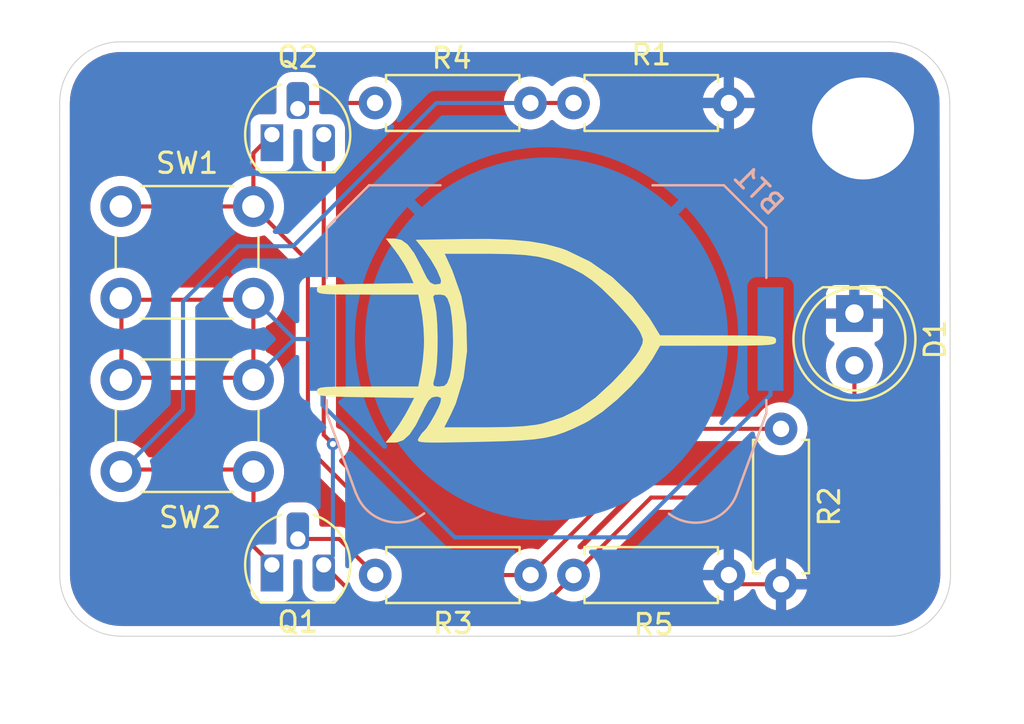
<source format=kicad_pcb>
(kicad_pcb (version 20241229) (generator "pcbnew") (generator_version "9.0")
  (layers (0 "F.Cu" signal) (2 "B.Cu" signal) (13 "F.Paste" user) (15 "B.Paste" user) (5 "F.SilkS" user "F.Silkscreen") (7 "B.SilkS" user "B.Silkscreen") (1 "F.Mask" user) (3 "B.Mask" user) (25 "Edge.Cuts" user))
  (net 0 "")
  (net 1 "Net-(D1-A)")
  (net 2 "GND")
  (net 3 "B")
  (net 4 "Net-(Q1-B)")
  (net 5 "A")
  (net 6 "Net-(Q2-B)")
  (net 7 "+3.3V")
  (footprint "LED_THT:LED_D5.0mm" (layer "F.Cu") (at 155.325 126.225 -90)
    (property "Reference" "D1" (at 1.27 -3.96 90) (layer "F.SilkS"))
    (property "Value" "LED")
    (fp_line (start -1.29 -1.545) (end -1.29 1.545) (stroke (width 0.12)) (layer "F.SilkS"))
    (fp_arc (start 4.26 0.000048) (mid 2.071756 2.880501) (end -1.29 1.54483) (stroke (width 0.12)) (layer "F.SilkS"))
    (fp_arc (start -1.29 -1.54483) (mid 2.071756 -2.880501) (end 4.26 -0.000048) (stroke (width 0.12)) (layer "F.SilkS"))
    (fp_circle (center 1.27 0) (end 3.77 0) (stroke (width 0.12)) (fill no) (layer "F.SilkS"))
    (pad "1" thru_hole rect (at 0 0 270) (size 1.8 1.8) (drill 0.9) (layers "*.Cu" "*.Mask") (net 2 "GND"))
    (pad "2" thru_hole circle (at 2.54 0 270) (size 1.8 1.8) (drill 0.9) (layers "*.Cu" "*.Mask") (net 1 "Net-(D1-A)"))
  )
  (footprint "Button_Switch_THT:SW_PUSH_6mm" (layer "F.Cu") (at 125.85 125.475 180)
    (property "Reference" "SW1" (at 3.25 6.625 0) (layer "F.SilkS"))
    (property "Value" "SW_Push")
    (fp_line (start 6.75 3) (end 6.75 1.5) (stroke (width 0.12)) (layer "F.SilkS"))
    (fp_line (start 5.5 -1) (end 1 -1) (stroke (width 0.12)) (layer "F.SilkS"))
    (fp_line (start 1 5.5) (end 5.5 5.5) (stroke (width 0.12)) (layer "F.SilkS"))
    (fp_line (start -0.25 1.5) (end -0.25 3) (stroke (width 0.12)) (layer "F.SilkS"))
    (pad "1" thru_hole circle (at 0 0 270) (size 2 2) (drill 1.1) (layers "*.Cu" "*.Mask") (net 7 "+3.3V"))
    (pad "1" thru_hole circle (at 6.5 0 270) (size 2 2) (drill 1.1) (layers "*.Cu" "*.Mask") (net 7 "+3.3V"))
    (pad "2" thru_hole circle (at 0 4.5 270) (size 2 2) (drill 1.1) (layers "*.Cu" "*.Mask") (net 5 "A"))
    (pad "2" thru_hole circle (at 6.5 4.5 270) (size 2 2) (drill 1.1) (layers "*.Cu" "*.Mask") (net 5 "A"))
  )
  (footprint "Resistor_THT:R_Axial_DIN0207_L6.3mm_D2.5mm_P7.62mm_Horizontal" (layer "F.Cu") (at 139.435 115.9 180)
    (property "Reference" "R4" (at 3.86 2.2 0) (layer "F.SilkS"))
    (property "Value" "R")
    (fp_line (start 7.08 1.37) (end 7.08 1.04) (stroke (width 0.12)) (layer "F.SilkS"))
    (fp_line (start 7.08 -1.37) (end 7.08 -1.04) (stroke (width 0.12)) (layer "F.SilkS"))
    (fp_line (start 0.54 1.37) (end 7.08 1.37) (stroke (width 0.12)) (layer "F.SilkS"))
    (fp_line (start 0.54 1.04) (end 0.54 1.37) (stroke (width 0.12)) (layer "F.SilkS"))
    (fp_line (start 0.54 -1.04) (end 0.54 -1.37) (stroke (width 0.12)) (layer "F.SilkS"))
    (fp_line (start 0.54 -1.37) (end 7.08 -1.37) (stroke (width 0.12)) (layer "F.SilkS"))
    (pad "1" thru_hole circle (at 0 0 180) (size 1.6 1.6) (drill 0.8) (layers "*.Cu" "*.Mask") (net 3 "B"))
    (pad "2" thru_hole oval (at 7.62 0 180) (size 1.6 1.6) (drill 0.8) (layers "*.Cu" "*.Mask") (net 6 "Net-(Q2-B)"))
  )
  (footprint "Package_TO_SOT_THT:TO-92L_HandSolder" (layer "F.Cu") (at 126.76 117.45)
    (property "Reference" "Q2" (at 1.27 -3.8 0) (layer "F.SilkS"))
    (property "Value" "PNP")
    (fp_line (start -0.53 1.85) (end 3.07 1.85) (stroke (width 0.12)) (layer "F.SilkS"))
    (fp_arc (start -0.541453 1.842156) (mid -1.247298 -0.581475) (end 0.45 -2.45) (stroke (width 0.12)) (layer "F.SilkS"))
    (fp_arc (start 2.05 -2.45) (mid 3.769931 -0.601036) (end 3.078445 1.827684) (stroke (width 0.12)) (layer "F.SilkS"))
    (pad "1" thru_hole rect (at 0 0) (size 1.1 1.8) (drill 0.75 (offset 0 0.4)) (layers "*.Cu" "*.Mask") (net 5 "A"))
    (pad "2" thru_hole roundrect (at 1.27 -1.27) (size 1.1 1.8) (drill 0.75 (offset 0 -0.4)) (layers "*.Cu" "*.Mask") (net 6 "Net-(Q2-B)"))
    (pad "3" thru_hole roundrect (at 2.54 0) (size 1.1 1.8) (drill 0.75 (offset 0 0.4)) (layers "*.Cu" "*.Mask") (net 1 "Net-(D1-A)"))
  )
  (footprint "Package_TO_SOT_THT:TO-92L_HandSolder" (layer "F.Cu") (at 126.76 138.55)
    (property "Reference" "Q1" (at 1.27 2.8 0) (layer "F.SilkS"))
    (property "Value" "PNP")
    (fp_line (start -0.53 1.85) (end 3.07 1.85) (stroke (width 0.12)) (layer "F.SilkS"))
    (fp_arc (start -0.541453 1.842156) (mid -1.247298 -0.581475) (end 0.45 -2.45) (stroke (width 0.12)) (layer "F.SilkS"))
    (fp_arc (start 2.05 -2.45) (mid 3.769931 -0.601036) (end 3.078445 1.827684) (stroke (width 0.12)) (layer "F.SilkS"))
    (pad "1" thru_hole rect (at 0 0) (size 1.1 1.8) (drill 0.75 (offset 0 0.4)) (layers "*.Cu" "*.Mask") (net 3 "B"))
    (pad "2" thru_hole roundrect (at 1.27 -1.27) (size 1.1 1.8) (drill 0.75 (offset 0 -0.4)) (layers "*.Cu" "*.Mask") (net 4 "Net-(Q1-B)"))
    (pad "3" thru_hole roundrect (at 2.54 0) (size 1.1 1.8) (drill 0.75 (offset 0 0.4)) (layers "*.Cu" "*.Mask") (net 1 "Net-(D1-A)"))
  )
  (footprint "LOGO" (layer "F.Cu") (at 140.225 127.55)
    (property "Reference" "G***" (hide yes))
    (property "Value" "LOGO" (hide yes))
    (fp_poly (pts (xy -7.115721 -4.935409) (xy -6.805761 -4.709055) (xy -6.496427 -4.299166) (xy -6.163657 -3.679042) (xy -6.064282 -3.466889) (xy -5.861434 -3.061788) (xy -5.694303 -2.842855) (xy -5.517606 -2.759486) (xy -5.425253 -2.75271) (xy -5.203788 -2.786646) (xy -5.172515 -2.934821) (xy -5.198446 -3.034237) (xy -5.375743 -3.4469) (xy -5.666505 -3.949282) (xy -6.014634 -4.447059) (xy -6.110008 -4.566996) (xy -6.418102 -4.942365) (xy -4.116194 -4.979992) (xy -2.826401 -4.983821) (xy -1.744242 -4.946454) (xy -0.829841 -4.863599) (xy -0.043324 -4.730964) (xy 0.655187 -4.544256) (xy 0.97737 -4.431746) (xy 2.135802 -3.872659) (xy 3.232281 -3.106628) (xy 4.21551 -2.176729) (xy 5.034194 -1.126038) (xy 5.170329 -0.910692) (xy 5.56798 -0.257345) (xy 8.414532 -0.253796) (xy 9.328621 -0.251866) (xy 10.022712 -0.246855) (xy 10.527049 -0.236068) (xy 10.871881 -0.216808) (xy 11.087454 -0.186378) (xy 11.204014 -0.14208) (xy 11.251808 -0.081219) (xy 11.261083 -0.001097) (xy 11.261084 -0.000001) (xy 11.252106 0.080366) (xy 11.20501 0.141426) (xy 11.089548 0.185864) (xy 10.875473 0.216365) (xy 10.532538 0.235616) (xy 10.030495 0.246301) (xy 9.339098 0.251106) (xy 8.4281 0.252717) (xy 8.414532 0.252728) (xy 5.56798 0.255211) (xy 5.192611 0.909095) (xy 4.750369 1.548212) (xy 4.150966 2.233036) (xy 3.459146 2.902448) (xy 2.739657 3.495329) (xy 2.057244 3.95056) (xy 1.858132 4.056759) (xy 1.334444 4.30752) (xy 0.869569 4.504398) (xy 0.421316 4.654698) (xy -0.052503 4.76573) (xy -0.594078 4.844799) (xy -1.245598 4.899215) (xy -2.049252 4.936285) (xy -3.047231 4.963316) (xy -3.42106 4.971171) (xy -4.358704 4.989623) (xy -5.074369 5.001045) (xy -5.59627 5.00349) (xy -5.952623 4.995011) (xy -6.171643 4.973661) (xy -6.281546 4.937495) (xy -6.310547 4.884564) (xy -6.286861 4.812923) (xy -6.266939 4.774824) (xy -6.112584 4.542534) (xy -6.017095 4.448783) (xy -5.878857 4.291364) (xy -5.854637 4.254186) (xy -5.009142 4.254186) (xy -2.96879 4.254186) (xy -1.936579 4.241032) (xy -1.125787 4.200317) (xy -0.508906 4.13016) (xy -0.182692 4.063797) (xy 0.771649 3.760825) (xy 1.608153 3.353404) (xy 2.396451 2.799939) (xy 3.20617 2.058835) (xy 3.253202 2.011305) (xy 3.696417 1.542826) (xy 4.093709 1.089089) (xy 4.39874 0.705087) (xy 4.555417 0.46587) (xy 4.699969 0.158699) (xy 4.72738 -0.054866) (xy 4.637652 -0.302352) (xy 4.555417 -0.465872) (xy 4.372132 -0.741066) (xy 4.055307 -1.13533) (xy 3.651207 -1.593683) (xy 3.253202 -2.013453) (xy 2.69865 -2.555499) (xy 2.23202 -2.952671) (xy 1.785893 -3.25629) (xy 1.29285 -3.517677) (xy 1.251231 -3.537419) (xy 0.676736 -3.790236) (xy 0.142114 -3.977361) (xy -0.407368 -4.108018) (xy -1.026445 -4.191433) (xy -1.76985 -4.236832) (xy -2.692317 -4.25344) (xy -3.001267 -4.254188) (xy -4.989232 -4.254188) (xy -4.620038 -3.439949) (xy -4.170637 -2.171586) (xy -3.928881 -0.838383) (xy -3.894337 0.513126) (xy -4.066568 1.836408) (xy -4.44514 3.084929) (xy -4.686039 3.616573) (xy -5.009142 4.254186) (xy -5.854637 4.254186) (xy -5.680756 3.987273) (xy -5.468988 3.616498) (xy -5.289747 3.259027) (xy -5.200151 3.034236) (xy -5.172867 2.825256) (xy -5.314967 2.756542) (xy -5.425253 2.752708) (xy -5.620482 2.792498) (xy -5.786241 2.945604) (xy -5.967811 3.262633) (xy -6.064282 3.466887) (xy -6.40628 4.147675) (xy -6.71784 4.611696) (xy -7.023701 4.886269) (xy -7.348604 4.998715) (xy -7.457092 5.004925) (xy -7.894551 5.004925) (xy -7.522493 4.535713) (xy -7.23874 4.136856) (xy -6.943009 3.659902) (xy -6.82158 3.440886) (xy -6.492727 2.81527) (xy -8.876906 2.781288) (xy -9.704258 2.768306) (xy -10.314363 2.753761) (xy -10.740207 2.733756) (xy -11.014777 2.704397) (xy -11.171061 2.661788) (xy -11.242046 2.602034) (xy -11.26072 2.521241) (xy -11.261084 2.49976) (xy -11.250665 2.415409) (xy -11.197845 2.352762) (xy -11.070284 2.308599) (xy -10.835639 2.279697) (xy -10.461568 2.262836) (xy -9.91573 2.254794) (xy -9.165783 2.252349) (xy -8.775894 2.252216) (xy -6.290705 2.252216) (xy -6.148308 1.54317) (xy -6.069762 1.012743) (xy -6.018045 0.396389) (xy -6.005912 -0.000001) (xy -6.029695 -0.578532) (xy -6.090953 -1.186506) (xy -6.148308 -1.543172) (xy -6.271274 -2.155463) (xy -5.555685 -2.155463) (xy -5.514204 -1.929695) (xy -5.471477 -1.783006) (xy -5.40124 -1.390814) (xy -5.356602 -0.826432) (xy -5.337563 -0.166601) (xy -5.344123 0.511935) (xy -5.376282 1.132435) (xy -5.434039 1.618156) (xy -5.471477 1.783004) (xy -5.551387 2.085506) (xy -5.526005 2.218314) (xy -5.362332 2.25131) (xy -5.24991 2.252216) (xy -5.013791 2.221531) (xy -4.869794 2.085413) (xy -4.754247 1.777768) (xy -4.737628 1.720442) (xy -4.669231 1.352596) (xy -4.616832 0.826602) (xy -4.58855 0.234432) (xy -4.585807 -0.000001) (xy -4.602191 -0.592898) (xy -4.645931 -1.156352) (xy -4.708912 -1.59839) (xy -4.737628 -1.720444) (xy -4.854187 -2.055856) (xy -4.990736 -2.210958) (xy -5.210945 -2.251844) (xy -5.24991 -2.252218) (xy -5.478587 -2.239676) (xy -5.555685 -2.155463) (xy -6.271274 -2.155463) (xy -6.290705 -2.252218) (xy -8.775894 -2.252218) (xy -9.62273 -2.253255) (xy -10.251662 -2.258517) (xy -10.695034 -2.271223) (xy -10.985187 -2.294595) (xy -11.154463 -2.331856) (xy -11.235204 -2.386225) (xy -11.259751 -2.460926) (xy -11.261084 -2.499762) (xy -11.249589 -2.586029) (xy -11.193054 -2.650273) (xy -11.058403 -2.69642) (xy -10.812563 -2.728397) (xy -10.422458 -2.75013) (xy -9.855013 -2.765546) (xy -9.077154 -2.778572) (xy -8.889683 -2.781289) (xy -6.518282 -2.815272) (xy -6.744003 -3.315764) (xy -6.953781 -3.706573) (xy -7.243848 -4.159551) (xy -7.425415 -4.410592) (xy -7.881106 -5.004927) (xy -7.450369 -5.004927)) (fill yes) (layer "F.SilkS"))
  )
  (footprint "Resistor_THT:R_Axial_DIN0207_L6.3mm_D2.5mm_P7.62mm_Horizontal" (layer "F.Cu") (at 139.445 139.05 180)
    (property "Reference" "R3" (at 3.81 -2.37 0) (layer "F.SilkS"))
    (property "Value" "R")
    (fp_line (start 7.08 1.37) (end 7.08 1.04) (stroke (width 0.12)) (layer "F.SilkS"))
    (fp_line (start 7.08 -1.37) (end 7.08 -1.04) (stroke (width 0.12)) (layer "F.SilkS"))
    (fp_line (start 0.54 1.37) (end 7.08 1.37) (stroke (width 0.12)) (layer "F.SilkS"))
    (fp_line (start 0.54 1.04) (end 0.54 1.37) (stroke (width 0.12)) (layer "F.SilkS"))
    (fp_line (start 0.54 -1.04) (end 0.54 -1.37) (stroke (width 0.12)) (layer "F.SilkS"))
    (fp_line (start 0.54 -1.37) (end 7.08 -1.37) (stroke (width 0.12)) (layer "F.SilkS"))
    (pad "1" thru_hole circle (at 0 0 180) (size 1.6 1.6) (drill 0.8) (layers "*.Cu" "*.Mask") (net 5 "A"))
    (pad "2" thru_hole oval (at 7.62 0 180) (size 1.6 1.6) (drill 0.8) (layers "*.Cu" "*.Mask") (net 4 "Net-(Q1-B)"))
  )
  (footprint "Resistor_THT:R_Axial_DIN0207_L6.3mm_D2.5mm_P7.62mm_Horizontal" (layer "F.Cu") (at 141.55 139.05)
    (property "Reference" "R5" (at 3.925 2.425 0) (layer "F.SilkS"))
    (property "Value" "R")
    (fp_line (start 0.54 -1.37) (end 7.08 -1.37) (stroke (width 0.12)) (layer "F.SilkS"))
    (fp_line (start 0.54 -1.04) (end 0.54 -1.37) (stroke (width 0.12)) (layer "F.SilkS"))
    (fp_line (start 0.54 1.04) (end 0.54 1.37) (stroke (width 0.12)) (layer "F.SilkS"))
    (fp_line (start 0.54 1.37) (end 7.08 1.37) (stroke (width 0.12)) (layer "F.SilkS"))
    (fp_line (start 7.08 -1.37) (end 7.08 -1.04) (stroke (width 0.12)) (layer "F.SilkS"))
    (fp_line (start 7.08 1.37) (end 7.08 1.04) (stroke (width 0.12)) (layer "F.SilkS"))
    (pad "1" thru_hole circle (at 0 0) (size 1.6 1.6) (drill 0.8) (layers "*.Cu" "*.Mask") (net 1 "Net-(D1-A)"))
    (pad "2" thru_hole oval (at 7.62 0) (size 1.6 1.6) (drill 0.8) (layers "*.Cu" "*.Mask") (net 2 "GND"))
  )
  (footprint "Button_Switch_THT:SW_PUSH_6mm" (layer "F.Cu") (at 119.355 129.475)
    (property "Reference" "SW2" (at 3.395 6.75 0) (layer "F.SilkS"))
    (property "Value" "SW_Push")
    (fp_line (start -0.25 1.5) (end -0.25 3) (stroke (width 0.12)) (layer "F.SilkS"))
    (fp_line (start 1 5.5) (end 5.5 5.5) (stroke (width 0.12)) (layer "F.SilkS"))
    (fp_line (start 5.5 -1) (end 1 -1) (stroke (width 0.12)) (layer "F.SilkS"))
    (fp_line (start 6.75 3) (end 6.75 1.5) (stroke (width 0.12)) (layer "F.SilkS"))
    (pad "1" thru_hole circle (at 0 0 90) (size 2 2) (drill 1.1) (layers "*.Cu" "*.Mask") (net 7 "+3.3V"))
    (pad "1" thru_hole circle (at 6.5 0 90) (size 2 2) (drill 1.1) (layers "*.Cu" "*.Mask") (net 7 "+3.3V"))
    (pad "2" thru_hole circle (at 0 4.5 90) (size 2 2) (drill 1.1) (layers "*.Cu" "*.Mask") (net 3 "B"))
    (pad "2" thru_hole circle (at 6.5 4.5 90) (size 2 2) (drill 1.1) (layers "*.Cu" "*.Mask") (net 3 "B"))
  )
  (footprint "Resistor_THT:R_Axial_DIN0207_L6.3mm_D2.5mm_P7.62mm_Horizontal" (layer "F.Cu") (at 151.725 131.88 -90)
    (property "Reference" "R2" (at 3.81 -2.37 90) (layer "F.SilkS"))
    (property "Value" "R")
    (fp_line (start 0.54 1.37) (end 7.08 1.37) (stroke (width 0.12)) (layer "F.SilkS"))
    (fp_line (start 7.08 1.37) (end 7.08 1.04) (stroke (width 0.12)) (layer "F.SilkS"))
    (fp_line (start 0.54 1.04) (end 0.54 1.37) (stroke (width 0.12)) (layer "F.SilkS"))
    (fp_line (start 0.54 -1.04) (end 0.54 -1.37) (stroke (width 0.12)) (layer "F.SilkS"))
    (fp_line (start 0.54 -1.37) (end 7.08 -1.37) (stroke (width 0.12)) (layer "F.SilkS"))
    (fp_line (start 7.08 -1.37) (end 7.08 -1.04) (stroke (width 0.12)) (layer "F.SilkS"))
    (pad "1" thru_hole circle (at 0 0 270) (size 1.6 1.6) (drill 0.8) (layers "*.Cu" "*.Mask") (net 5 "A"))
    (pad "2" thru_hole oval (at 7.62 0 270) (size 1.6 1.6) (drill 0.8) (layers "*.Cu" "*.Mask") (net 2 "GND"))
  )
  (footprint "Resistor_THT:R_Axial_DIN0207_L6.3mm_D2.5mm_P7.62mm_Horizontal" (layer "F.Cu") (at 141.55 115.9)
    (property "Reference" "R1" (at 3.81 -2.37 0) (layer "F.SilkS"))
    (property "Value" "R")
    (fp_line (start 0.54 -1.37) (end 7.08 -1.37) (stroke (width 0.12)) (layer "F.SilkS"))
    (fp_line (start 0.54 -1.04) (end 0.54 -1.37) (stroke (width 0.12)) (layer "F.SilkS"))
    (fp_line (start 0.54 1.04) (end 0.54 1.37) (stroke (width 0.12)) (layer "F.SilkS"))
    (fp_line (start 0.54 1.37) (end 7.08 1.37) (stroke (width 0.12)) (layer "F.SilkS"))
    (fp_line (start 7.08 -1.37) (end 7.08 -1.04) (stroke (width 0.12)) (layer "F.SilkS"))
    (fp_line (start 7.08 1.37) (end 7.08 1.04) (stroke (width 0.12)) (layer "F.SilkS"))
    (pad "1" thru_hole circle (at 0 0) (size 1.6 1.6) (drill 0.8) (layers "*.Cu" "*.Mask") (net 3 "B"))
    (pad "2" thru_hole oval (at 7.62 0) (size 1.6 1.6) (drill 0.8) (layers "*.Cu" "*.Mask") (net 2 "GND"))
  )
  (footprint "Battery:BatteryHolder_Keystone_3034_1x20mm" (layer "B.Cu") (at 140.225 127.475 180)
    (property "Reference" "BT1" (at -10.4 7.3 315) (layer "B.SilkS") (effects (justify mirror)))
    (property "Value" "Battery_Cell")
    (fp_line (start 10.78 5.46) (end 10.78 3) (stroke (width 0.12)) (layer "B.SilkS"))
    (fp_line (start 10.78 -3) (end 10.78 -3.63) (stroke (width 0.12)) (layer "B.SilkS"))
    (fp_line (start 10.78 -3.63) (end 9.34 -7.58) (stroke (width 0.12)) (layer "B.SilkS"))
    (fp_line (start 8.7 7.54) (end 10.78 5.46) (stroke (width 0.12)) (layer "B.SilkS"))
    (fp_line (start 8.7 7.54) (end 5.2 7.54) (stroke (width 0.12)) (layer "B.SilkS"))
    (fp_line (start -5.2 7.54) (end -8.7 7.54) (stroke (width 0.12)) (layer "B.SilkS"))
    (fp_line (start -8.7 7.54) (end -10.78 5.46) (stroke (width 0.12)) (layer "B.SilkS"))
    (fp_line (start -10.78 5.46) (end -10.78 3) (stroke (width 0.12)) (layer "B.SilkS"))
    (fp_line (start -10.78 -3) (end -10.78 -3.63) (stroke (width 0.12)) (layer "B.SilkS"))
    (fp_line (start -10.78 -3.63) (end -9.34 -7.58) (stroke (width 0.12)) (layer "B.SilkS"))
    (fp_arc (start 6 -8.55) (mid 7.90634 -8.911669) (end 9.325243 -7.588169) (stroke (width 0.12)) (layer "B.SilkS"))
    (fp_arc (start -9.34 -7.58) (mid -7.921654 -8.918738) (end -6.003354 -8.56653) (stroke (width 0.12)) (layer "B.SilkS"))
    (pad "1" smd rect (at -10.985 0 180) (size 1.27 5.08) (layers "B.Cu" "B.Mask" "B.Paste") (net 7 "+3.3V"))
    (pad "1" smd rect (at 10.985 0 180) (size 1.27 5.08) (layers "B.Cu" "B.Mask" "B.Paste") (net 7 "+3.3V"))
    (pad "2" smd circle (at 0 0 180) (size 17.8 17.8) (layers "B.Cu" "B.Mask") (net 2 "GND"))
  )
  (gr_line (start 116.35524 139.05) (end 116.35 115.9) (stroke (width 0.05)) (layer "Edge.Cuts"))
  (gr_arc (start 116.35 115.9) (mid 117.22868 113.77868) (end 119.35 112.9) (stroke (width 0.05)) (layer "Edge.Cuts"))
  (gr_arc (start 119.35 142.04476) (mid 117.232385 141.167615) (end 116.35524 139.05) (stroke (width 0.05)) (layer "Edge.Cuts"))
  (gr_arc (start 160.036841 139.05) (mid 159.158161 141.17132) (end 157.036841 142.05) (stroke (width 0.05)) (layer "Edge.Cuts"))
  (gr_line (start 119.35 112.9) (end 157 112.9) (stroke (width 0.05)) (layer "Edge.Cuts"))
  (gr_arc (start 157 112.9) (mid 159.12132 113.77868) (end 160 115.9) (stroke (width 0.05)) (layer "Edge.Cuts"))
  (gr_line (start 160 115.9) (end 160.036841 139.05) (stroke (width 0.05)) (layer "Edge.Cuts"))
  (gr_line (start 157.036841 142.05) (end 119.35 142.05) (stroke (width 0.05)) (layer "Edge.Cuts"))
  (segment (start 129.3 132.175) (end 129.75 132.625) (width 0.2) (layer "F.Cu") (net 1))
  (segment (start 155.325 132.9) (end 152.975 135.25) (width 0.2) (layer "F.Cu") (net 1))
  (segment (start 155.325 128.765) (end 155.325 132.9) (width 0.2) (layer "F.Cu") (net 1))
  (segment (start 141.55 139.05) (end 140.075 140.525) (width 0.2) (layer "F.Cu") (net 1))
  (segment (start 129.3 117.45) (end 129.3 132.175) (width 0.2) (layer "F.Cu") (net 1))
  (segment (start 131.275 140.525) (end 129.3 138.55) (width 0.2) (layer "F.Cu") (net 1))
  (segment (start 152.975 135.25) (end 145.35 135.25) (width 0.2) (layer "F.Cu") (net 1))
  (segment (start 145.35 135.25) (end 141.55 139.05) (width 0.2) (layer "F.Cu") (net 1))
  (segment (start 140.075 140.525) (end 131.275 140.525) (width 0.2) (layer "F.Cu") (net 1))
  (via (at 129.75 132.625) (size 0.6) (drill 0.3) (layers "F.Cu" "B.Cu") (net 1))
  (segment (start 129.75 132.625) (end 129.75 138.1) (width 0.2) (layer "B.Cu") (net 1))
  (segment (start 129.75 138.1) (end 129.3 138.55) (width 0.2) (layer "B.Cu") (net 1))
  (segment (start 149.62 139.5) (end 149.17 139.05) (width 0.2) (layer "F.Cu") (net 2))
  (segment (start 151.725 139.5) (end 149.62 139.5) (width 0.2) (layer "F.Cu") (net 2))
  (via (at 155.75 117.15) (size 6.5) (drill 5) (layers "F.Cu" "B.Cu") (net 2))
  (segment (start 125.88 133.875) (end 119.38 133.875) (width 0.2) (layer "F.Cu") (net 3))
  (segment (start 141.55 115.9) (end 139.435 115.9) (width 0.2) (layer "F.Cu") (net 3))
  (segment (start 125.855 137.645) (end 125.855 133.975) (width 0.2) (layer "F.Cu") (net 3))
  (segment (start 126.76 138.55) (end 125.855 137.645) (width 0.2) (layer "F.Cu") (net 3))
  (segment (start 134.825 115.9) (end 127.8 122.925) (width 0.2) (layer "B.Cu") (net 3))
  (segment (start 125.1 122.925) (end 122.4 125.625) (width 0.2) (layer "B.Cu") (net 3))
  (segment (start 122.4 130.93) (end 119.355 133.975) (width 0.2) (layer "B.Cu") (net 3))
  (segment (start 139.435 115.9) (end 134.825 115.9) (width 0.2) (layer "B.Cu") (net 3))
  (segment (start 127.8 122.925) (end 125.1 122.925) (width 0.2) (layer "B.Cu") (net 3))
  (segment (start 122.4 125.625) (end 122.4 130.93) (width 0.2) (layer "B.Cu") (net 3))
  (segment (start 130.055 137.28) (end 128.03 137.28) (width 0.2) (layer "F.Cu") (net 4))
  (segment (start 131.825 139.05) (end 130.055 137.28) (width 0.2) (layer "F.Cu") (net 4))
  (segment (start 125.85 120.975) (end 119.35 120.975) (width 0.2) (layer "F.Cu") (net 5))
  (segment (start 151.725 131.88) (end 146.615 131.88) (width 0.2) (layer "F.Cu") (net 5))
  (segment (start 146.615 131.88) (end 139.445 139.05) (width 0.2) (layer "F.Cu") (net 5))
  (segment (start 125.85 118.36) (end 125.85 120.975) (width 0.2) (layer "F.Cu") (net 5))
  (segment (start 128.525 123.65) (end 125.85 120.975) (width 0.2) (layer "F.Cu") (net 5))
  (segment (start 128.525 132.825) (end 128.525 123.65) (width 0.2) (layer "F.Cu") (net 5))
  (segment (start 134.75 139.05) (end 128.525 132.825) (width 0.2) (layer "F.Cu") (net 5))
  (segment (start 126.76 117.45) (end 125.85 118.36) (width 0.2) (layer "F.Cu") (net 5))
  (segment (start 139.445 139.05) (end 134.75 139.05) (width 0.2) (layer "F.Cu") (net 5))
  (segment (start 131.815 115.9) (end 128.31 115.9) (width 0.2) (layer "F.Cu") (net 6))
  (segment (start 128.31 115.9) (end 128.03 116.18) (width 0.2) (layer "F.Cu") (net 6))
  (segment (start 125.85 125.475) (end 125.85 127.475) (width 0.2) (layer "F.Cu") (net 7))
  (segment (start 119.38 129.525) (end 119.355 129.55) (width 0.2) (layer "F.Cu") (net 7))
  (segment (start 119.38 128.275) (end 119.38 125.575) (width 0.2) (layer "F.Cu") (net 7))
  (segment (start 119.38 128.275) (end 119.38 129.525) (width 0.2) (layer "F.Cu") (net 7))
  (segment (start 125.85 129.47) (end 125.855 129.475) (width 0.2) (layer "F.Cu") (net 7))
  (segment (start 125.85 127.475) (end 125.85 129.47) (width 0.2) (layer "F.Cu") (net 7))
  (segment (start 119.38 129.375) (end 119.38 128.275) (width 0.2) (layer "F.Cu") (net 7))
  (segment (start 125.88 129.375) (end 119.38 129.375) (width 0.2) (layer "F.Cu") (net 7))
  (segment (start 119.355 125.55) (end 125.855 125.55) (width 0.2) (layer "F.Cu") (net 7))
  (segment (start 129.24 127.475) (end 129.24 130.715) (width 0.2) (layer "B.Cu") (net 7))
  (segment (start 129.24 127.475) (end 127.85 127.475) (width 0.2) (layer "B.Cu") (net 7))
  (segment (start 129.24 130.715) (end 135.725 137.2) (width 0.2) (layer "B.Cu") (net 7))
  (segment (start 127.855 127.475) (end 125.855 129.475) (width 0.2) (layer "B.Cu") (net 7))
  (segment (start 129.24 127.475) (end 127.855 127.475) (width 0.2) (layer "B.Cu") (net 7))
  (segment (start 144.225 137.2) (end 151.21 130.215) (width 0.2) (layer "B.Cu") (net 7))
  (segment (start 127.85 127.475) (end 125.85 125.475) (width 0.2) (layer "B.Cu") (net 7))
  (segment (start 151.21 130.215) (end 151.21 127.475) (width 0.2) (layer "B.Cu") (net 7))
  (segment (start 135.725 137.2) (end 144.225 137.2) (width 0.2) (layer "B.Cu") (net 7))
  (zone (net 2) (net_name "GND") (layers "F.Cu" "B.Cu") (connect_pads (clearance 0.5)) (min_thickness 0.25) (fill yes (thermal_gap 0.5) (thermal_bridge_width 0.5))
    (polygon (pts (xy 163.525 110.85) (xy 113.425 110.975) (xy 113.425 146.375) (xy 163.65 146.375) (xy 163.65 110.85)))
  )
)
</source>
